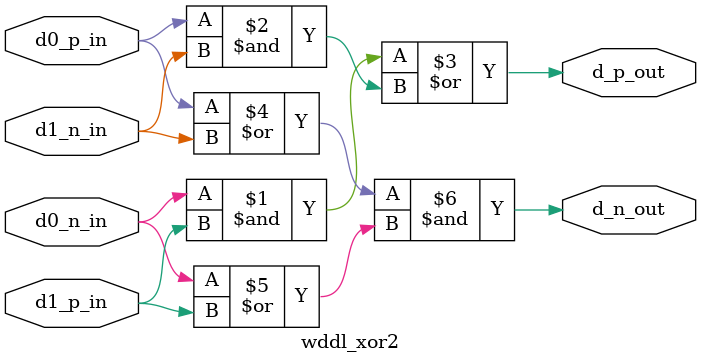
<source format=v>
module  wddl_xor2
(
 d0_p_in
,d0_n_in
,d1_p_in
,d1_n_in
,d_p_out
,d_n_out
);

parameter WIDTH      = 1;

input   [WIDTH-1 : 0]   d0_p_in, d0_n_in;
input   [WIDTH-1 : 0]   d1_p_in, d1_n_in;
output  [WIDTH-1 : 0]   d_p_out, d_n_out;


assign  d_p_out = (d0_n_in & d1_p_in) | (d0_p_in & d1_n_in);
assign  d_n_out = (d0_p_in | d1_n_in) & (d0_n_in | d1_p_in);

endmodule


</source>
